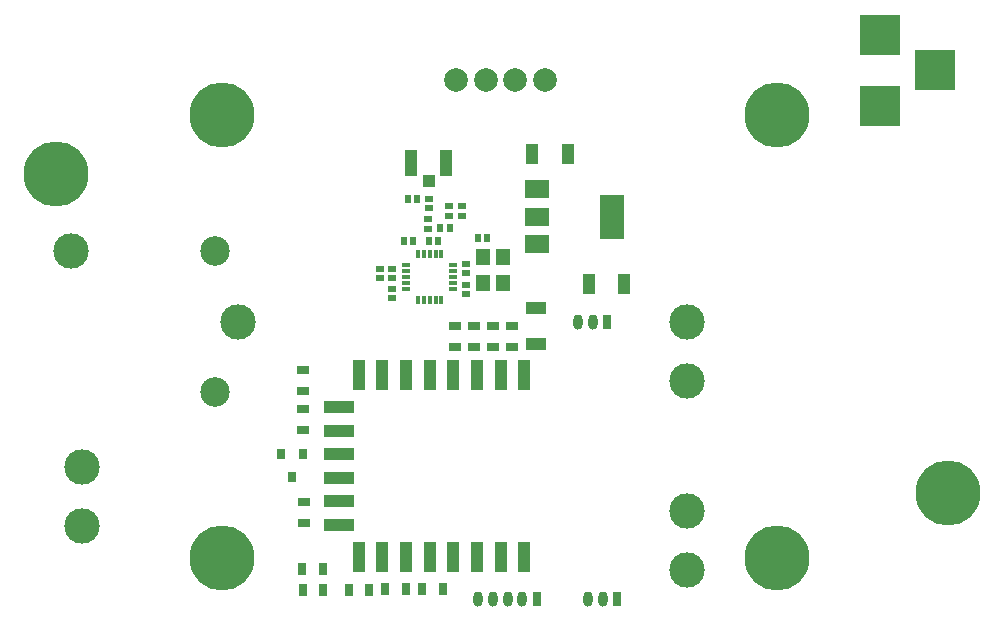
<source format=gts>
G04 #@! TF.GenerationSoftware,KiCad,Pcbnew,(5.0.0-rc2-dev-347-g62c5a706d)*
G04 #@! TF.CreationDate,2018-11-25T22:16:38+01:00*
G04 #@! TF.ProjectId,NRF24L01,4E524632344C30312E6B696361645F70,rev?*
G04 #@! TF.SameCoordinates,Original*
G04 #@! TF.FileFunction,Soldermask,Top*
G04 #@! TF.FilePolarity,Negative*
%FSLAX46Y46*%
G04 Gerber Fmt 4.6, Leading zero omitted, Abs format (unit mm)*
G04 Created by KiCad (PCBNEW (5.0.0-rc2-dev-347-g62c5a706d)) date 11/25/18 22:16:38*
%MOMM*%
%LPD*%
G01*
G04 APERTURE LIST*
%ADD10R,2.500000X1.100000*%
%ADD11R,1.100000X2.500000*%
%ADD12R,0.670000X1.000000*%
%ADD13C,3.000000*%
%ADD14C,2.500000*%
%ADD15R,0.650000X0.575000*%
%ADD16C,2.000000*%
%ADD17R,0.575000X0.650000*%
%ADD18R,1.070000X1.800000*%
%ADD19R,1.800000X1.070000*%
%ADD20R,1.000000X0.670000*%
%ADD21R,1.050000X2.200000*%
%ADD22R,1.000000X1.050000*%
%ADD23R,3.500000X3.500000*%
%ADD24O,0.800000X1.300000*%
%ADD25R,0.800000X1.300000*%
%ADD26C,5.500000*%
%ADD27R,0.800000X0.900000*%
%ADD28R,0.730000X0.300000*%
%ADD29R,0.300000X0.730000*%
%ADD30R,2.000000X1.500000*%
%ADD31R,2.000000X3.800000*%
%ADD32R,1.200000X1.400000*%
G04 APERTURE END LIST*
D10*
X76902327Y-130189087D03*
X76902327Y-128189087D03*
X76902327Y-126189087D03*
X76902327Y-124189087D03*
X76902327Y-122189087D03*
X76902327Y-120189087D03*
D11*
X92602327Y-132899087D03*
X90602327Y-132899087D03*
X88602327Y-132899087D03*
X86602327Y-132899087D03*
X84602327Y-132899087D03*
X82602327Y-132899087D03*
X80602327Y-132899087D03*
X78602327Y-132899087D03*
X78602327Y-117499087D03*
X80602327Y-117499087D03*
X82602327Y-117499087D03*
X84602327Y-117499087D03*
X86602327Y-117499087D03*
X88602327Y-117499087D03*
X90602327Y-117499087D03*
X92602327Y-117499087D03*
D12*
X77750627Y-135650787D03*
X79500627Y-135650787D03*
D13*
X55200000Y-130300000D03*
X55200000Y-125300000D03*
D14*
X66450000Y-106950000D03*
D13*
X54250000Y-106950000D03*
D14*
X66450000Y-118950000D03*
D13*
X68400000Y-113000000D03*
D15*
X87302327Y-103211587D03*
X87302327Y-103986587D03*
X81402327Y-110986587D03*
X81402327Y-110211587D03*
X81402327Y-108511587D03*
X81402327Y-109286587D03*
X80402327Y-108511587D03*
X80402327Y-109286587D03*
D16*
X94350000Y-92500000D03*
X91850000Y-92500000D03*
X89350000Y-92500000D03*
X86850000Y-92500000D03*
D12*
X73858731Y-135645928D03*
X75608731Y-135645928D03*
X73834631Y-133944128D03*
X75584631Y-133944128D03*
D15*
X87706127Y-110650987D03*
X87706127Y-109875987D03*
D17*
X89489827Y-105899087D03*
X88714827Y-105899087D03*
D15*
X86202327Y-103211587D03*
X86202327Y-103986587D03*
X84505727Y-103335787D03*
X84505727Y-102560787D03*
D17*
X83508927Y-102618087D03*
X82733927Y-102618087D03*
D18*
X98075627Y-109742787D03*
X101085627Y-109742787D03*
X93295000Y-98800000D03*
X96305000Y-98800000D03*
D19*
X93637027Y-111831887D03*
X93637027Y-114841887D03*
D20*
X86715527Y-115075487D03*
X86715527Y-113325487D03*
X73901227Y-117059287D03*
X73901227Y-118809287D03*
D13*
X106375127Y-134022287D03*
X106375127Y-129022287D03*
X106375127Y-118022287D03*
X106375127Y-113022287D03*
D21*
X83030727Y-99526887D03*
D22*
X84505727Y-101051887D03*
D21*
X85980727Y-99526887D03*
D23*
X127400000Y-91700000D03*
X122700000Y-94700000D03*
X122700000Y-88700000D03*
D24*
X88698627Y-136488987D03*
X89948627Y-136488987D03*
X91198627Y-136488987D03*
X92448627Y-136488987D03*
D25*
X93698627Y-136488987D03*
X99649527Y-113032087D03*
D24*
X98399527Y-113032087D03*
X97149527Y-113032087D03*
D25*
X100487727Y-136476287D03*
D24*
X99237727Y-136476287D03*
X97987727Y-136476287D03*
D17*
X84514827Y-106099087D03*
X85289827Y-106099087D03*
X86289827Y-104999087D03*
X85514827Y-104999087D03*
D15*
X84502327Y-104311587D03*
X84502327Y-105086587D03*
D26*
X67000000Y-133000000D03*
X53000000Y-100500000D03*
X128500000Y-127500000D03*
X114000000Y-95500000D03*
X114000000Y-133000000D03*
X67000000Y-95500000D03*
D27*
X72948727Y-126135187D03*
X71998727Y-124135187D03*
X73898727Y-124135187D03*
D15*
X87702327Y-108886587D03*
X87702327Y-108111587D03*
D17*
X82414827Y-106099087D03*
X83189827Y-106099087D03*
D20*
X89954027Y-115075487D03*
X89954027Y-113325487D03*
X88341127Y-113326787D03*
X88341127Y-115076787D03*
X91579627Y-115088187D03*
X91579627Y-113338187D03*
D12*
X82599427Y-135599987D03*
X80849427Y-135599987D03*
X85710927Y-135599987D03*
X83960927Y-135599987D03*
D20*
X73901227Y-122123987D03*
X73901227Y-120373987D03*
X73990127Y-129985287D03*
X73990127Y-128235287D03*
D28*
X82637327Y-110199087D03*
X82637327Y-109699087D03*
X82637327Y-109199087D03*
X82637327Y-108699087D03*
X82637327Y-108199087D03*
D29*
X83602327Y-107234087D03*
X84102327Y-107234087D03*
X84602327Y-107234087D03*
X85102327Y-107234087D03*
X85602327Y-107234087D03*
D28*
X86567327Y-108199087D03*
X86567327Y-108699087D03*
X86567327Y-109199087D03*
X86567327Y-109699087D03*
X86567327Y-110199087D03*
D29*
X85602327Y-111164087D03*
X85102327Y-111164087D03*
X84602327Y-111164087D03*
X84102327Y-111164087D03*
X83602327Y-111164087D03*
D30*
X93712827Y-101765887D03*
X93712827Y-106365887D03*
X93712827Y-104065887D03*
D31*
X100012827Y-104065887D03*
D32*
X89152327Y-109699087D03*
X89152327Y-107499087D03*
X90852327Y-107499087D03*
X90852327Y-109699087D03*
M02*

</source>
